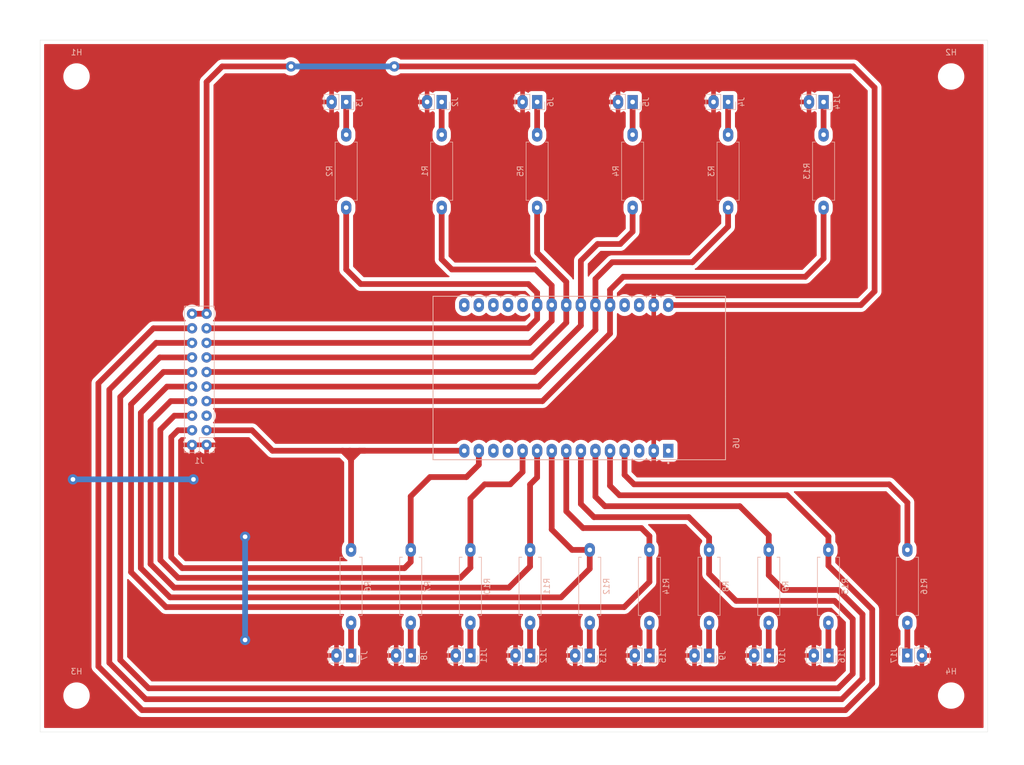
<source format=kicad_pcb>
(kicad_pcb (version 20240108) (generator "pcbnew") (generator_version "8.0")
  (layers (0 "F.Cu" signal) (31 "B.Cu" signal) (34 "B.Paste" user) (35 "F.Paste" user) (36 "B.SilkS" user "B.Silkscreen") (37 "F.SilkS" user "F.Silkscreen") (38 "B.Mask" user) (39 "F.Mask" user) (44 "Edge.Cuts" user))
  (net 0 "")
  (net 1 "+5V")
  (net 2 "GND")
  (net 4 "/RR3")
  (net 5 "/RR8")
  (net 6 "/RR10")
  (net 7 "/RR13")
  (net 8 "/RR1")
  (net 9 "/RR7")
  (net 10 "/RR15")
  (net 11 "/RR4")
  (net 12 "/RR11")
  (net 13 "/RR12")
  (net 14 "/RR14")
  (net 15 "/RR9")
  (net 16 "/RR5")
  (net 17 "/RR6")
  (net 18 "/RR2")
  (net 19 "Net-(J2-Pin_1)")
  (net 20 "Net-(J3-Pin_1)")
  (net 21 "Net-(J4-Pin_1)")
  (net 22 "Net-(J5-Pin_1)")
  (net 23 "Net-(J6-Pin_1)")
  (net 24 "Net-(J7-Pin_1)")
  (net 25 "Net-(J8-Pin_1)")
  (net 26 "Net-(J9-Pin_1)")
  (net 27 "Net-(J10-Pin_1)")
  (net 28 "Net-(J11-Pin_1)")
  (net 29 "Net-(J12-Pin_1)")
  (net 30 "Net-(J13-Pin_1)")
  (net 31 "Net-(J14-Pin_1)")
  (net 32 "Net-(J15-Pin_1)")
  (net 33 "Net-(J16-Pin_1)")
  (net 42 "Net-(J17-Pin_1)")
  (net 46 "/RR16")
  (footprint "Addlibrary:R_Axial_DIN0411_L9.9mm_D3.6mm_P12.70mm_HorizontalLONGPADS" (layer "B.Cu") (at 138.938 35.56 -90)
    (property "Reference" "R3" (at 6.35 2.92 90) (layer "B.SilkS") (effects (justify mirror)))
    (property "Value" "100")
    (pad "1" thru_hole oval (at 0 0 270) (size 2.4 1.8) (drill 0.8) (layers "*.Cu" "*.Mask") (net 21 "Net-(J4-Pin_1)"))
    (pad "2" thru_hole oval (at 12.7 0 270) (size 2.4 1.8) (drill 0.8) (layers "*.Cu" "*.Mask") (net 4 "/RR3"))
  )
  (footprint "Addlibrary:PinSocket_2x10_P2.54mm_VerticalLongPads" (layer "B.Cu") (at 48.065 89.63)
    (property "Reference" "J1" (at -1.27 2.77 360) (layer "B.SilkS") (effects (justify mirror)))
    (property "Value" "Conn_01x20_Socket")
    (pad "1" thru_hole oval (at 0 0) (size 1.8 1.8) (drill 0.8) (layers "*.Cu" "*.Mask") (net 2 "GND"))
    (pad "2" thru_hole oval (at -2.54 0) (size 1.8 1.8) (drill 0.8) (layers "*.Cu" "*.Mask") (net 2 "GND"))
    (pad "3" thru_hole oval (at 0 -2.54) (size 1.8 1.8) (drill 0.8) (layers "*.Cu" "*.Mask") (net 17 "/RR6"))
    (pad "4" thru_hole oval (at -2.54 -2.54) (size 1.8 1.8) (drill 0.8) (layers "*.Cu" "*.Mask") (net 9 "/RR7"))
    (pad "5" thru_hole oval (at 0 -5.08) (size 1.8 1.8) (drill 0.8) (layers "*.Cu" "*.Mask"))
    (pad "6" thru_hole oval (at -2.54 -5.08) (size 1.8 1.8) (drill 0.8) (layers "*.Cu" "*.Mask") (net 6 "/RR10"))
    (pad "7" thru_hole oval (at 0 -7.62) (size 1.8 1.8) (drill 0.8) (layers "*.Cu" "*.Mask") (net 7 "/RR13"))
    (pad "8" thru_hole oval (at -2.54 -7.62) (size 1.8 1.8) (drill 0.8) (layers "*.Cu" "*.Mask") (net 12 "/RR11"))
    (pad "9" thru_hole oval (at 0 -10.16) (size 1.8 1.8) (drill 0.8) (layers "*.Cu" "*.Mask") (net 4 "/RR3"))
    (pad "10" thru_hole oval (at -2.54 -10.16) (size 1.8 1.8) (drill 0.8) (layers "*.Cu" "*.Mask") (net 13 "/RR12"))
    (pad "11" thru_hole oval (at 0 -12.7) (size 1.8 1.8) (drill 0.8) (layers "*.Cu" "*.Mask") (net 11 "/RR4"))
    (pad "12" thru_hole oval (at -2.54 -12.7) (size 1.8 1.8) (drill 0.8) (layers "*.Cu" "*.Mask") (net 14 "/RR14"))
    (pad "13" thru_hole oval (at 0 -15.24) (size 1.8 1.8) (drill 0.8) (layers "*.Cu" "*.Mask") (net 16 "/RR5"))
    (pad "14" thru_hole oval (at -2.54 -15.24) (size 1.8 1.8) (drill 0.8) (layers "*.Cu" "*.Mask") (net 5 "/RR8"))
    (pad "15" thru_hole oval (at 0 -17.78) (size 1.8 1.8) (drill 0.8) (layers "*.Cu" "*.Mask") (net 8 "/RR1"))
    (pad "16" thru_hole oval (at -2.54 -17.78) (size 1.8 1.8) (drill 0.8) (layers "*.Cu" "*.Mask") (net 15 "/RR9"))
    (pad "17" thru_hole oval (at 0 -20.32) (size 1.8 1.8) (drill 0.8) (layers "*.Cu" "*.Mask") (net 18 "/RR2"))
    (pad "18" thru_hole oval (at -2.54 -20.32) (size 1.8 1.8) (drill 0.8) (layers "*.Cu" "*.Mask") (net 10 "/RR15"))
    (pad "19" thru_hole oval (at 0 -22.86) (size 1.8 1.8) (drill 0.8) (layers "*.Cu" "*.Mask") (net 1 "+5V"))
    (pad "20" thru_hole oval (at -2.54 -22.86) (size 1.8 1.8) (drill 0.8) (layers "*.Cu" "*.Mask") (net 1 "+5V"))
  )
  (footprint "Addlibrary:R_Axial_DIN0411_L9.9mm_D3.6mm_P12.70mm_HorizontalLONGPADS" (layer "B.Cu") (at 114.829125 120.65 90)
    (property "Reference" "R12" (at 6.35 2.92 90) (layer "B.SilkS") (effects (justify mirror)))
    (property "Value" "100")
    (pad "1" thru_hole oval (at 0 0 90) (size 2.4 1.8) (drill 0.8) (layers "*.Cu" "*.Mask") (net 30 "Net-(J13-Pin_1)"))
    (pad "2" thru_hole oval (at 12.7 0 90) (size 2.4 1.8) (drill 0.8) (layers "*.Cu" "*.Mask") (net 13 "/RR12"))
  )
  (footprint "Addlibrary:R_Axial_DIN0411_L9.9mm_D3.6mm_P12.70mm_HorizontalLONGPADS" (layer "B.Cu") (at 105.664 35.56 -90)
    (property "Reference" "R5" (at 6.35 2.92 90) (layer "B.SilkS") (effects (justify mirror)))
    (property "Value" "100")
    (pad "1" thru_hole oval (at 0 0 270) (size 2.4 1.8) (drill 0.8) (layers "*.Cu" "*.Mask") (net 23 "Net-(J6-Pin_1)"))
    (pad "2" thru_hole oval (at 12.7 0 270) (size 2.4 1.8) (drill 0.8) (layers "*.Cu" "*.Mask") (net 16 "/RR5"))
  )
  (footprint "Addlibrary:PinHeader_1x02_P2.54mm_VerticalLongPads" (layer "B.Cu") (at 155.575 29.845 90)
    (property "Reference" "J14" (at 0 2.33 -90) (layer "B.SilkS") (effects (justify mirror)))
    (property "Value" "Conn_01x02_Pin")
    (pad "1" thru_hole rect (at 0 0 90) (size 2.4 1.8) (drill 0.8) (layers "*.Cu" "*.Mask") (net 31 "Net-(J14-Pin_1)"))
    (pad "2" thru_hole oval (at 0 -2.54 90) (size 2.4 1.8) (drill 0.8) (layers "*.Cu" "*.Mask") (net 2 "GND"))
  )
  (footprint "Addlibrary:R_Axial_DIN0411_L9.9mm_D3.6mm_P12.70mm_HorizontalLONGPADS" (layer "B.Cu") (at 125.22725 120.65 90)
    (property "Reference" "R14" (at 6.35 2.92 90) (layer "B.SilkS") (effects (justify mirror)))
    (property "Value" "100")
    (pad "1" thru_hole oval (at 0 0 90) (size 2.4 1.8) (drill 0.8) (layers "*.Cu" "*.Mask") (net 32 "Net-(J15-Pin_1)"))
    (pad "2" thru_hole oval (at 12.7 0 90) (size 2.4 1.8) (drill 0.8) (layers "*.Cu" "*.Mask") (net 14 "/RR14"))
  )
  (footprint "Addlibrary:PinHeader_1x02_P2.54mm_VerticalLongPads" (layer "B.Cu") (at 73.236625 126.365 90)
    (property "Reference" "J7" (at 0 2.33 -90) (layer "B.SilkS") (effects (justify mirror)))
    (property "Value" "Conn_01x02_Pin")
    (pad "1" thru_hole rect (at 0 0 90) (size 2.4 1.8) (drill 0.8) (layers "*.Cu" "*.Mask") (net 24 "Net-(J7-Pin_1)"))
    (pad "2" thru_hole oval (at 0 -2.54 90) (size 2.4 1.8) (drill 0.8) (layers "*.Cu" "*.Mask") (net 2 "GND"))
  )
  (footprint "Addlibrary:R_Axial_DIN0411_L9.9mm_D3.6mm_P12.70mm_HorizontalLONGPADS" (layer "B.Cu") (at 155.575 35.56 -90)
    (property "Reference" "R13" (at 6.35 2.92 90) (layer "B.SilkS") (effects (justify mirror)))
    (property "Value" "100")
    (pad "1" thru_hole oval (at 0 0 270) (size 2.4 1.8) (drill 0.8) (layers "*.Cu" "*.Mask") (net 31 "Net-(J14-Pin_1)"))
    (pad "2" thru_hole oval (at 12.7 0 270) (size 2.4 1.8) (drill 0.8) (layers "*.Cu" "*.Mask") (net 7 "/RR13"))
  )
  (footprint "Addlibrary:R_Axial_DIN0411_L9.9mm_D3.6mm_P12.70mm_HorizontalLONGPADS" (layer "B.Cu") (at 94.032875 120.65 90)
    (property "Reference" "R10" (at 6.35 2.92 90) (layer "B.SilkS") (effects (justify mirror)))
    (property "Value" "100")
    (pad "1" thru_hole oval (at 0 0 90) (size 2.4 1.8) (drill 0.8) (layers "*.Cu" "*.Mask") (net 28 "Net-(J11-Pin_1)"))
    (pad "2" thru_hole oval (at 12.7 0 90) (size 2.4 1.8) (drill 0.8) (layers "*.Cu" "*.Mask") (net 6 "/RR10"))
  )
  (footprint "Addlibrary:PinHeader_1x02_P2.54mm_VerticalLongPads" (layer "B.Cu") (at 104.431 126.365 90)
    (property "Reference" "J12" (at 0 2.33 -90) (layer "B.SilkS") (effects (justify mirror)))
    (property "Value" "Conn_01x02_Pin")
    (pad "1" thru_hole rect (at 0 0 90) (size 2.4 1.8) (drill 0.8) (layers "*.Cu" "*.Mask") (net 29 "Net-(J12-Pin_1)"))
    (pad "2" thru_hole oval (at 0 -2.54 90) (size 2.4 1.8) (drill 0.8) (layers "*.Cu" "*.Mask") (net 2 "GND"))
  )
  (footprint "MountingHole:MountingHole_3.2mm_M3" (layer "B.Cu") (at 177.8 133.35 180)
    (property "Reference" "H4" (at 0 4.2 0) (layer "B.SilkS") (effects (justify mirror)))
    (property "Value" "MountingHole")
    (pad "" np_thru_hole circle (at 0 0 180) (size 3.2 3.2) (drill 3.2) (layers "*.Cu" "*.Mask"))
  )
  (footprint "Addlibrary:R_Axial_DIN0411_L9.9mm_D3.6mm_P12.70mm_HorizontalLONGPADS" (layer "B.Cu") (at 135.625375 120.65 90)
    (property "Reference" "R8" (at 6.35 2.92 90) (layer "B.SilkS") (effects (justify mirror)))
    (property "Value" "100")
    (pad "1" thru_hole oval (at 0 0 90) (size 2.4 1.8) (drill 0.8) (layers "*.Cu" "*.Mask") (net 26 "Net-(J9-Pin_1)"))
    (pad "2" thru_hole oval (at 12.7 0 90) (size 2.4 1.8) (drill 0.8) (layers "*.Cu" "*.Mask") (net 5 "/RR8"))
  )
  (footprint "Addlibrary:R_Axial_DIN0411_L9.9mm_D3.6mm_P12.70mm_HorizontalLONGPADS" (layer "B.Cu") (at 72.39 35.56 -90)
    (property "Reference" "R2" (at 6.35 2.92 90) (layer "B.SilkS") (effects (justify mirror)))
    (property "Value" "100")
    (pad "1" thru_hole oval (at 0 0 270) (size 2.4 1.8) (drill 0.8) (layers "*.Cu" "*.Mask") (net 20 "Net-(J3-Pin_1)"))
    (pad "2" thru_hole oval (at 12.7 0 270) (size 2.4 1.8) (drill 0.8) (layers "*.Cu" "*.Mask") (net 18 "/RR2"))
  )
  (footprint "Addlibrary:PinHeader_1x02_P2.54mm_VerticalLongPads" (layer "B.Cu") (at 114.829125 126.365 90)
    (property "Reference" "J13" (at 0 2.33 -90) (layer "B.SilkS") (effects (justify mirror)))
    (property "Value" "Conn_01x02_Pin")
    (pad "1" thru_hole rect (at 0 0 90) (size 2.4 1.8) (drill 0.8) (layers "*.Cu" "*.Mask") (net 30 "Net-(J13-Pin_1)"))
    (pad "2" thru_hole oval (at 0 -2.54 90) (size 2.4 1.8) (drill 0.8) (layers "*.Cu" "*.Mask") (net 2 "GND"))
  )
  (footprint "MountingHole:MountingHole_3.2mm_M3" (layer "B.Cu") (at 177.8 25.4 180)
    (property "Reference" "H2" (at 0 4.2 0) (layer "B.SilkS") (effects (justify mirror)))
    (property "Value" "MountingHole" (hide yes))
    (pad "" np_thru_hole circle (at 0 0 180) (size 3.2 3.2) (drill 3.2) (layers "*.Cu" "*.Mask"))
  )
  (footprint "Addlibrary:R_Axial_DIN0411_L9.9mm_D3.6mm_P12.70mm_HorizontalLONGPADS" (layer "B.Cu") (at 83.63475 120.65 90)
    (property "Reference" "R7" (at 6.35 2.92 90) (layer "B.SilkS") (effects (justify mirror)))
    (property "Value" "100")
    (pad "1" thru_hole oval (at 0 0 90) (size 2.4 1.8) (drill 0.8) (layers "*.Cu" "*.Mask") (net 25 "Net-(J8-Pin_1)"))
    (pad "2" thru_hole oval (at 12.7 0 90) (size 2.4 1.8) (drill 0.8) (layers "*.Cu" "*.Mask") (net 9 "/RR7"))
  )
  (footprint "Addlibrary:PinHeader_1x02_P2.54mm_VerticalLongPads" (layer "B.Cu") (at 89.027 29.845 90)
    (property "Reference" "J2" (at 0 2.33 -90) (layer "B.SilkS") (effects (justify mirror)))
    (property "Value" "Conn_01x02_Pin")
    (pad "1" thru_hole rect (at 0 0 90) (size 2.4 1.8) (drill 0.8) (layers "*.Cu" "*.Mask") (net 19 "Net-(J2-Pin_1)"))
    (pad "2" thru_hole oval (at 0 -2.54 90) (size 2.4 1.8) (drill 0.8) (layers "*.Cu" "*.Mask") (net 2 "GND"))
  )
  (footprint "Addlibrary:PinHeader_1x02_P2.54mm_VerticalLongPads" (layer "B.Cu") (at 122.301 29.845 90)
    (property "Reference" "J5" (at 0 2.33 -90) (layer "B.SilkS") (effects (justify mirror)))
    (property "Value" "Conn_01x02_Pin")
    (pad "1" thru_hole rect (at 0 0 90) (size 2.4 1.8) (drill 0.8) (layers "*.Cu" "*.Mask") (net 22 "Net-(J5-Pin_1)"))
    (pad "2" thru_hole oval (at 0 -2.54 90) (size 2.4 1.8) (drill 0.8) (layers "*.Cu" "*.Mask") (net 2 "GND"))
  )
  (footprint "Addlibrary:R_Axial_DIN0411_L9.9mm_D3.6mm_P12.70mm_HorizontalLONGPADS" (layer "B.Cu") (at 170.18 120.65 90)
    (property "Reference" "R16" (at 6.35 2.92 90) (layer "B.SilkS") (effects (justify mirror)))
    (property "Value" "100")
    (pad "1" thru_hole oval (at 0 0 90) (size 2.4 1.8) (drill 0.8) (layers "*.Cu" "*.Mask") (net 42 "Net-(J17-Pin_1)"))
    (pad "2" thru_hole oval (at 12.7 0 90) (size 2.4 1.8) (drill 0.8) (layers "*.Cu" "*.Mask") (net 46 "/RR16"))
  )
  (footprint "Addlibrary:R_Axial_DIN0411_L9.9mm_D3.6mm_P12.70mm_HorizontalLONGPADS" (layer "B.Cu") (at 156.421625 120.65 90)
    (property "Reference" "R15" (at 6.35 2.92 90) (layer "B.SilkS") (effects (justify mirror)))
    (property "Value" "100")
    (pad "1" thru_hole oval (at 0 0 90) (size 2.4 1.8) (drill 0.8) (layers "*.Cu" "*.Mask") (net 33 "Net-(J16-Pin_1)"))
    (pad "2" thru_hole oval (at 12.7 0 90) (size 2.4 1.8) (drill 0.8) (layers "*.Cu" "*.Mask") (net 10 "/RR15"))
  )
  (footprint "Addlibrary:MODULE_ESP32_DEVKIT_V1LongPads" (layer "B.Cu") (at 113.0075 77.9575 90)
    (property "Reference" "U6" (at -11.355 27.36 -90) (layer "B.SilkS") (effects (justify mirror)))
    (property "Value" "ESP32-DEVKIT-V1")
    (pad "1" thru_hole rect (at -12.7 15.515 90) (size 2.4 1.8) (drill 0.8) (layers "*.Cu" "*.Mask"))
    (pad "2" thru_hole oval (at -12.7 12.975 90) (size 2.4 1.8) (drill 0.8) (layers "*.Cu" "*.Mask") (net 2 "GND"))
    (pad "3" thru_hole oval (at -12.7 10.435 90) (size 2.4 1.8) (drill 0.8) (layers "*.Cu" "*.Mask"))
    (pad "4" thru_hole oval (at -12.7 7.895 90) (size 2.4 1.8) (drill 0.8) (layers "*.Cu" "*.Mask") (net 46 "/RR16"))
    (pad "5" thru_hole oval (at -12.7 5.355 90) (size 2.4 1.8) (drill 0.8) (layers "*.Cu" "*.Mask") (net 10 "/RR15"))
    (pad "6" thru_hole oval (at -12.7 2.815 90) (size 2.4 1.8) (drill 0.8) (layers "*.Cu" "*.Mask") (net 15 "/RR9"))
    (pad "7" thru_hole oval (at -12.7 0.275 90) (size 2.4 1.8) (drill 0.8) (layers "*.Cu" "*.Mask") (net 5 "/RR8"))
    (pad "8" thru_hole oval (at -12.7 -2.265 90) (size 2.4 1.8) (drill 0.8) (layers "*.Cu" "*.Mask") (net 14 "/RR14"))
    (pad "9" thru_hole oval (at -12.7 -4.805 90) (size 2.4 1.8) (drill 0.8) (layers "*.Cu" "*.Mask") (net 13 "/RR12"))
    (pad "10" thru_hole oval (at -12.7 -7.345 90) (size 2.4 1.8) (drill 0.8) (layers "*.Cu" "*.Mask") (net 12 "/RR11"))
    (pad "11" thru_hole oval (at -12.7 -9.885 90) (size 2.4 1.8) (drill 0.8) (layers "*.Cu" "*.Mask") (net 6 "/RR10"))
    (pad "12" thru_hole oval (at -12.7 -12.425 90) (size 2.4 1.8) (drill 0.8) (layers "*.Cu" "*.Mask"))
    (pad "13" thru_hole oval (at -12.7 -14.965 90) (size 2.4 1.8) (drill 0.8) (layers "*.Cu" "*.Mask"))
    (pad "14" thru_hole oval (at -12.7 -17.505 90) (size 2.4 1.8) (drill 0.8) (layers "*.Cu" "*.Mask") (net 9 "/RR7"))
    (pad "15" thru_hole oval (at -12.7 -20.045 90) (size 2.4 1.8) (drill 0.8) (layers "*.Cu" "*.Mask") (net 17 "/RR6"))
    (pad "16" thru_hole oval (at 12.7 -20.045 90) (size 2.4 1.8) (drill 0.8) (layers "*.Cu" "*.Mask"))
    (pad "17" thru_hole oval (at 12.7 -17.505 90) (size 2.4 1.8) (drill 0.8) (layers "*.Cu" "*.Mask"))
    (pad "18" thru_hole oval (at 12.7 -14.965 90) (size 2.4 1.8) (drill 0.8) (layers "*.Cu" "*.Mask"))
    (pad "19" thru_hole oval (at 12.7 -12.425 90) (size 2.4 1.8) (drill 0.8) (layers "*.Cu" "*.Mask"))
    (pad "20" thru_hole oval (at 12.7 -9.885 90) (size 2.4 1.8) (drill 0.8) (layers "*.Cu" "*.Mask"))
    (pad "21" thru_hole oval (at 12.7 -7.345 90) (size 2.4 1.8) (drill 0.8) (layers "*.Cu" "*.Mask") (net 18 "/RR2"))
    (pad "22" thru_hole oval (at 12.7 -4.805 90) (size 2.4 1.8) (drill 0.8) (layers "*.Cu" "*.Mask") (net 8 "/RR1"))
    (pad "23" thru_hole oval (at 12.7 -2.265 90) (size 2.4 1.8) (drill 0.8) (layers "*.Cu" "*.Mask") (net 16 "/RR5"))
    (pad "24" thru_hole oval (at 12.7 0.275 90) (size 2.4 1.8) (drill 0.8) (layers "*.Cu" "*.Mask") (net 11 "/RR4"))
    (pad "25" thru_hole oval (at 12.7 2.815 90) (size 2.4 1.8) (drill 0.8) (layers "*.Cu" "*.Mask") (net 4 "/RR3"))
    (pad "26" thru_hole oval (at 12.7 5.355 90) (size 2.4 1.8) (drill 0.8) (layers "*.Cu" "*.Mask") (net 7 "/RR13"))
    (pad "27" thru_hole oval (at 12.7 7.895 90) (size 2.4 1.8) (drill 0.8) (layers "*.Cu" "*.Mask"))
    (pad "28" thru_hole oval (at 12.7 10.435 90) (size 2.4 1.8) (drill 0.8) (layers "*.Cu" "*.Mask"))
    (pad "29" thru_hole oval (at 12.7 12.975 90) (size 2.4 1.8) (drill 0.8) (layers "*.Cu" "*.Mask") (net 2 "GND"))
    (pad "30" thru_hole oval (at 12.7 15.515 90) (size 2.4 1.8) (drill 0.8) (layers "*.Cu" "*.Mask") (net 1 "+5V"))
  )
  (footprint "MountingHole:MountingHole_3.2mm_M3" (layer "B.Cu") (at 25.4 25.4 180)
    (property "Reference" "H1" (at 0 4.2 0) (layer "B.SilkS") (effects (justify mirror)))
    (property "Value" "MountingHole")
    (pad "" np_thru_hole circle (at 0 0 180) (size 3.2 3.2) (drill 3.2) (layers "*.Cu" "*.Mask"))
  )
  (footprint "Addlibrary:PinHeader_1x02_P2.54mm_VerticalLongPads" (layer "B.Cu") (at 72.39 29.845 90)
    (property "Reference" "J3" (at 0 2.33 -90) (layer "B.SilkS") (effects (justify mirror)))
    (property "Value" "Conn_01x02_Pin")
    (pad "1" thru_hole rect (at 0 0 90) (size 2.4 1.8) (drill 0.8) (layers "*.Cu" "*.Mask") (net 20 "Net-(J3-Pin_1)"))
    (pad "2" thru_hole oval (at 0 -2.54 90) (size 2.4 1.8) (drill 0.8) (layers "*.Cu" "*.Mask") (net 2 "GND"))
  )
  (footprint "MountingHole:MountingHole_3.2mm_M3" (layer "B.Cu") (at 25.4 133.35 180)
    (property "Reference" "H3" (at 0 4.2 0) (layer "B.SilkS") (effects (justify mirror)))
    (property "Value" "MountingHole")
    (pad "" np_thru_hole circle (at 0 0 180) (size 3.2 3.2) (drill 3.2) (layers "*.Cu" "*.Mask"))
  )
  (footprint "Addlibrary:PinHeader_1x02_P2.54mm_VerticalLongPads" (layer "B.Cu") (at 125.22725 126.365 90)
    (property "Reference" "J15" (at 0 2.33 -90) (layer "B.SilkS") (effects (justify mirror)))
    (property "Value" "Conn_01x02_Pin")
    (pad "1" thru_hole rect (at 0 0 90) (size 2.4 1.8) (drill 0.8) (layers "*.Cu" "*.Mask") (net 32 "Net-(J15-Pin_1)"))
    (pad "2" thru_hole oval (at 0 -2.54 90) (size 2.4 1.8) (drill 0.8) (layers "*.Cu" "*.Mask") (net 2 "GND"))
  )
  (footprint "Addlibrary:R_Axial_DIN0411_L9.9mm_D3.6mm_P12.70mm_HorizontalLONGPADS" (layer "B.Cu") (at 146.0235 120.65 90)
    (property "Reference" "R9" (at 6.35 2.92 90) (layer "B.SilkS") (effects (justify mirror)))
    (property "Value" "100")
    (pad "1" thru_hole oval (at 0 0 90) (size 2.4 1.8) (drill 0.8) (layers "*.Cu" "*.Mask") (net 27 "Net-(J10-Pin_1)"))
    (pad "2" thru_hole oval (at 12.7 0 90) (size 2.4 1.8) (drill 0.8) (layers "*.Cu" "*.Mask") (net 15 "/RR9"))
  )
  (footprint "Addlibrary:R_Axial_DIN0411_L9.9mm_D3.6mm_P12.70mm_HorizontalLONGPADS" (layer "B.Cu") (at 89.027 35.56 -90)
    (property "Reference" "R1" (at 6.35 2.92 90) (layer "B.SilkS") (effects (justify mirror)))
    (property "Value" "100")
    (pad "1" thru_hole oval (at 0 0 270) (size 2.4 1.8) (drill 0.8) (layers "*.Cu" "*.Mask") (net 19 "Net-(J2-Pin_1)"))
    (pad "2" thru_hole oval (at 12.7 0 270) (size 2.4 1.8) (drill 0.8) (layers "*.Cu" "*.Mask") (net 8 "/RR1"))
  )
  (footprint "Addlibrary:PinHeader_1x02_P2.54mm_VerticalLongPads" (layer "B.Cu") (at 138.938 29.845 90)
    (property "Reference" "J4" (at 0 2.33 -90) (layer "B.SilkS") (effects (justify mirror)))
    (property "Value" "Conn_01x02_Pin")
    (pad "1" thru_hole rect (at 0 0 90) (size 2.4 1.8) (drill 0.8) (layers "*.Cu" "*.Mask") (net 21 "Net-(J4-Pin_1)"))
    (pad "2" thru_hole oval (at 0 -2.54 90) (size 2.4 1.8) (drill 0.8) (layers "*.Cu" "*.Mask") (net 2 "GND"))
  )
  (footprint "Addlibrary:R_Axial_DIN0411_L9.9mm_D3.6mm_P12.70mm_HorizontalLONGPADS" (layer "B.Cu") (at 73.236625 120.65 90)
    (property "Reference" "R6" (at 6.35 2.92 90) (layer "B.SilkS") (effects (justify mirror)))
    (property "Value" "100")
    (pad "1" thru_hole oval (at 0 0 90) (size 2.4 1.8) (drill 0.8) (layers "*.Cu" "*.Mask") (net 24 "Net-(J7-Pin_1)"))
    (pad "2" thru_hole oval (at 12.7 0 90) (size 2.4 1.8) (drill 0.8) (layers "*.Cu" "*.Mask") (net 17 "/RR6"))
  )
  (footprint "Addlibrary:R_Axial_DIN0411_L9.9mm_D3.6mm_P12.70mm_HorizontalLONGPADS" (layer "B.Cu") (at 122.301 35.56 -90)
    (property "Reference" "R4" (at 6.35 2.92 90) (layer "B.SilkS") (effects (justify mirror)))
    (property "Value" "100")
    (pad "1" thru_hole oval (at 0 0 270) (size 2.4 1.8) (drill 0.8) (layers "*.Cu" "*.Mask") (net 22 "Net-(J5-Pin_1)"))
    (pad "2" thru_hole oval (at 12.7 0 270) (size 2.4 1.8) (drill 0.8) (layers "*.Cu" "*.Mask") (net 11 "/RR4"))
  )
  (footprint "Addlibrary:PinHeader_1x02_P2.54mm_VerticalLongPads" (layer "B.Cu") (at 135.625375 126.365 90)
    (property "Reference" "J9" (at 0 2.33 -90) (layer "B.SilkS") (effects (justify mirror)))
    (property "Value" "Conn_01x02_Pin")
    (pad "1" thru_hole rect (at 0 0 90) (size 2.4 1.8) (drill 0.8) (layers "*.Cu" "*.Mask") (net 26 "Net-(J9-Pin_1)"))
    (pad "2" thru_hole oval (at 0 -2.54 90) (size 2.4 1.8) (drill 0.8) (layers "*.Cu" "*.Mask") (net 2 "GND"))
  )
  (footprint "Addlibrary:PinHeader_1x02_P2.54mm_VerticalLongPads" (layer "B.Cu") (at 105.664 29.845 90)
    (property "Reference" "J6" (at 0 2.33 -90) (layer "B.SilkS") (effects (justify mirror)))
    (property "Value" "Conn_01x02_Pin")
    (pad "1" thru_hole rect (at 0 0 90) (size 2.4 1.8) (drill 0.8) (layers "*.Cu" "*.Mask") (net 23 "Net-(J6-Pin_1)"))
    (pad "2" thru_hole oval (at 0 -2.54 90) (size 2.4 1.8) (drill 0.8) (layers "*.Cu" "*.Mask") (net 2 "GND"))
  )
  (footprint "Addlibrary:PinHeader_1x02_P2.54mm_VerticalLongPads" (layer "B.Cu") (at 83.63475 126.365 90)
    (property "Reference" "J8" (at 0 2.33 -90) (layer "B.SilkS") (effects (justify mirror)))
    (property "Value" "Conn_01x02_Pin")
    (pad "1" thru_hole rect (at 0 0 90) (size 2.4 1.8) (drill 0.8) (layers "*.Cu" "*.Mask") (net 25 "Net-(J8-Pin_1)"))
    (pad "2" thru_hole oval (at 0 -2.54 90) (size 2.4 1.8) (drill 0.8) (layers "*.Cu" "*.Mask") (net 2 "GND"))
  )
  (footprint "Addlibrary:PinHeader_1x02_P2.54mm_VerticalLongPads" (layer "B.Cu") (at 94.032875 126.365 90)
    (property "Reference" "J11" (at 0 2.33 -90) (layer "B.SilkS") (effects (justify mirror)))
    (property "Value" "Conn_01x02_Pin")
    (pad "1" thru_hole rect (at 0 0 90) (size 2.4 1.8) (drill 0.8) (layers "*.Cu" "*.Mask") (net 28 "Net-(J11-Pin_1)"))
    (pad "2" thru_hole oval (at 0 -2.54 90) (size 2.4 1.8) (drill 0.8) (layers "*.Cu" "*.Mask") (net 2 "GND"))
  )
  (footprint "Addlibrary:R_Axial_DIN0411_L9.9mm_D3.6mm_P12.70mm_HorizontalLONGPADS" (layer "B.Cu") (at 104.431 120.65 90)
    (property "Reference" "R11" (at 6.35 2.92 90) (layer "B.SilkS") (effects (justify mirror)))
    (property "Value" "100")
    (pad "1" thru_hole oval (at 0 0 90) (size 2.4 1.8) (drill 0.8) (layers "*.Cu" "*.Mask") (net 29 "Net-(J12-Pin_1)"))
    (pad "2" thru_hole oval (at 12.7 0 90) (size 2.4 1.8) (drill 0.8) (layers "*.Cu" "*.Mask") (net 12 "/RR11"))
  )
  (footprint "Addlibrary:PinHeader_1x02_P2.54mm_VerticalLongPads" (layer "B.Cu") (at 170.175 126.365 -90)
    (property "Reference" "J17" (at 0 2.33 90) (layer "B.SilkS") (effects (justify mirror)))
    (property "Value" "Conn_01x02_Pin")
    (pad "1" thru_hole rect (at 0 0 270) (size 2.4 1.8) (drill 0.8) (layers "*.Cu" "*.Mask") (net 42 "Net-(J17-Pin_1)"))
    (pad "2" thru_hole oval (at 0 -2.54 270) (size 2.4 1.8) (drill 0.8) (layers "*.Cu" "*.Mask") (net 2 "GND"))
  )
  (footprint "Addlibrary:PinHeader_1x02_P2.54mm_VerticalLongPads" (layer "B.Cu") (at 146.0235 126.365 90)
    (property "Reference" "J10" (at 0 2.33 -90) (layer "B.SilkS") (effects (justify mirror)))
    (property "Value" "Conn_01x02_Pin")
    (pad "1" thru_hole rect (at 0 0 90) (size 2.4 1.8) (drill 0.8) (layers "*.Cu" "*.Mask") (net 27 "Net-(J10-Pin_1)"))
    (pad "2" thru_hole oval (at 0 -2.54 90) (size 2.4 1.8) (drill 0.8) (layers "*.Cu" "*.Mask") (net 2 "GND"))
  )
  (footprint "Addlibrary:PinHeader_1x02_P2.54mm_VerticalLongPads" (layer "B.Cu") (at 156.421625 126.365 90)
    (property "Reference" "J16" (at 0 2.33 -90) (layer "B.SilkS") (effects (justify mirror)))
    (property "Value" "Conn_01x02_Pin")
    (pad "1" thru_hole rect (at 0 0 90) (size 2.4 1.8) (drill 0.8) (layers "*.Cu" "*.Mask") (net 33 "Net-(J16-Pin_1)"))
    (pad "2" thru_hole oval (at 0 -2.54 90) (size 2.4 1.8) (drill 0.8) (layers "*.Cu" "*.Mask") (net 2 "GND"))
  )
  (gr_rect (start 19.05 19.05) (end 184.15 139.7) (stroke (width 0.05)) (fill none) (layer "Edge.Cuts"))
  (segment (start 164.465 62.865) (end 162.0725 65.2575) (width 1) (layer "F.Cu") (net 1))
  (segment (start 164.465 27.34) (end 164.465 62.865) (width 1) (layer "F.Cu") (net 1))
  (segment (start 160.775 23.65) (end 164.465 27.34) (width 1) (layer "F.Cu") (net 1))
  (segment (start 50.775 23.65) (end 62.775 23.65) (width 1) (layer "F.Cu") (net 1))
  (segment (start 48.065 26.36) (end 50.775 23.65) (width 1) (layer "F.Cu") (net 1))
  (segment (start 45.525 66.77) (end 48.065 66.77) (width 1) (layer "F.Cu") (net 1))
  (segment (start 162.0725 65.2575) (end 128.5225 65.2575) (width 1) (layer "F.Cu") (net 1))
  (segment (start 48.065 66.77) (end 48.065 26.36) (width 1) (layer "F.Cu") (net 1))
  (segment (start 80.775 23.65) (end 160.775 23.65) (width 1) (layer "F.Cu") (net 1))
  (via (at 80.775 23.65) (size 1.8) (drill 0.8) (layers "F.Cu" "B.Cu") (net 1))
  (via (at 62.775 23.65) (size 1.8) (drill 0.8) (layers "F.Cu" "B.Cu") (net 1))
  (segment (start 62.775 23.65) (end 80.775 23.65) (width 1) (layer "B.Cu") (net 1))
  (via (at 45.775 95.65) (size 1.8) (drill 0.8) (layers "F.Cu" "B.Cu") (net 2))
  (via (at 54.775 123.65) (size 1.8) (drill 0.8) (layers "F.Cu" "B.Cu") (net 2))
  (via (at 54.775 105.65) (size 1.8) (drill 0.8) (layers "F.Cu" "B.Cu") (net 2))
  (via (at 24.775 95.65) (size 1.8) (drill 0.8) (layers "F.Cu" "B.Cu") (net 2))
  (segment (start 45.775 95.65) (end 24.775 95.65) (width 1) (layer "B.Cu") (net 2))
  (segment (start 54.775 105.65) (end 54.775 123.65) (width 1) (layer "B.Cu") (net 2))
  (segment (start 115.8225 69.5975) (end 115.8225 65.2575) (width 1) (layer "F.Cu") (net 4))
  (segment (start 138.938 51.562) (end 138.938 48.26) (width 1) (layer "F.Cu") (net 4))
  (segment (start 48.065 79.47) (end 105.95 79.47) (width 1) (layer "F.Cu") (net 4))
  (segment (start 115.8225 65.2575) (end 115.8225 60.7075) (width 1) (layer "F.Cu") (net 4))
  (segment (start 132.715 57.785) (end 138.938 51.562) (width 1) (layer "F.Cu") (net 4))
  (segment (start 105.95 79.47) (end 115.8225 69.5975) (width 1) (layer "F.Cu") (net 4))
  (segment (start 118.745 57.785) (end 132.715 57.785) (width 1) (layer "F.Cu") (net 4))
  (segment (start 115.8225 60.7075) (end 118.745 57.785) (width 1) (layer "F.Cu") (net 4))
  (segment (start 132.08 102.235) (end 135.625375 105.780375) (width 1) (layer "F.Cu") (net 5))
  (segment (start 140.335 116.84) (end 157.48 116.84) (width 1) (layer "F.Cu") (net 5))
  (segment (start 37.964164 132.08) (end 33.02 127.135836) (width 1) (layer "F.Cu") (net 5))
  (segment (start 135.625375 112.130375) (end 140.335 116.84) (width 1) (layer "F.Cu") (net 5))
  (segment (start 135.625375 107.95) (end 135.625375 112.130375) (width 1) (layer "F.Cu") (net 5))
  (segment (start 33.02 127.135836) (end 33.02 81.28) (width 1) (layer "F.Cu") (net 5))
  (segment (start 158.115 132.08) (end 37.964164 132.08) (width 1) (layer "F.Cu") (net 5))
  (segment (start 113.2825 99.9475) (end 115.57 102.235) (width 1) (layer "F.Cu") (net 5))
  (segment (start 33.02 81.28) (end 39.91 74.39) (width 1) (layer "F.Cu") (net 5))
  (segment (start 135.625375 105.780375) (end 135.625375 107.95) (width 1) (layer "F.Cu") (net 5))
  (segment (start 115.57 102.235) (end 132.08 102.235) (width 1) (layer "F.Cu") (net 5))
  (segment (start 160.655 129.54) (end 160.655 120.015) (width 1) (layer "F.Cu") (net 5))
  (segment (start 158.115 132.08) (end 160.655 129.54) (width 1) (layer "F.Cu") (net 5))
  (segment (start 113.2825 90.6575) (end 113.2825 99.9475) (width 1) (layer "F.Cu") (net 5))
  (segment (start 157.48 116.84) (end 160.655 120.015) (width 1) (layer "F.Cu") (net 5))
  (segment (start 39.91 74.39) (end 45.525 74.39) (width 1) (layer "F.Cu") (net 5))
  (segment (start 42.45 84.55) (end 45.525 84.55) (width 1) (layer "F.Cu") (net 6))
  (segment (start 96.52 96.52) (end 94.032875 99.007125) (width 1) (layer "F.Cu") (net 6))
  (segment (start 103.1225 90.6575) (end 103.1225 94.3625) (width 1) (layer "F.Cu") (net 6))
  (segment (start 40.005 86.995) (end 42.45 84.55) (width 1) (layer "F.Cu") (net 6))
  (segment (start 43.110836 112.825) (end 40.005 109.719164) (width 1) (layer "F.Cu") (net 6))
  (segment (start 92.28 112.825) (end 43.110836 112.825) (width 1) (layer "F.Cu") (net 6))
  (segment (start 94.032875 107.95) (end 94.032875 111.072125) (width 1) (layer "F.Cu") (net 6))
  (segment (start 100.965 96.52) (end 96.52 96.52) (width 1) (layer "F.Cu") (net 6))
  (segment (start 40.005 109.719164) (end 40.005 86.995) (width 1) (layer "F.Cu") (net 6))
  (segment (start 103.1225 94.3625) (end 100.965 96.52) (width 1) (layer "F.Cu") (net 6))
  (segment (start 94.032875 111.072125) (end 92.28 112.825) (width 1) (layer "F.Cu") (net 6))
  (segment (start 94.032875 99.007125) (end 94.032875 107.95) (width 1) (layer "F.Cu") (net 6))
  (segment (start 152.4 60.325) (end 155.575 57.15) (width 1) (layer "F.Cu") (net 7))
  (segment (start 106.585 82.01) (end 118.3625 70.2325) (width 1) (layer "F.Cu") (net 7))
  (segment (start 48.065 82.01) (end 106.585 82.01) (width 1) (layer "F.Cu") (net 7))
  (segment (start 155.575 57.15) (end 155.575 48.26) (width 1) (layer "F.Cu") (net 7))
  (segment (start 120.65 60.325) (end 152.4 60.325) (width 1) (layer "F.Cu") (net 7))
  (segment (start 118.3625 70.2325) (end 118.3625 65.2575) (width 1) (layer "F.Cu") (net 7))
  (segment (start 118.3625 62.6125) (end 120.65 60.325) (width 1) (layer "F.Cu") (net 7))
  (segment (start 118.3625 65.2575) (end 118.3625 62.6125) (width 1) (layer "F.Cu") (net 7))
  (segment (start 108.2025 68.01) (end 108.2025 65.2575) (width 1) (layer "F.Cu") (net 8))
  (segment (start 90.805 59.055) (end 89.027 57.277) (width 1) (layer "F.Cu") (net 8))
  (segment (start 48.065 71.85) (end 104.3625 71.85) (width 1) (layer "F.Cu") (net 8))
  (segment (start 89.027 57.277) (end 89.027 48.26) (width 1) (layer "F.Cu") (net 8))
  (segment (start 108.2025 65.2575) (end 108.2025 61.8475) (width 1) (layer "F.Cu") (net 8))
  (segment (start 104.3625 71.85) (end 108.2025 68.01) (width 1) (layer "F.Cu") (net 8))
  (segment (start 108.2025 61.8475) (end 105.41 59.055) (width 1) (layer "F.Cu") (net 8))
  (segment (start 105.41 59.055) (end 90.805 59.055) (width 1) (layer "F.Cu") (net 8))
  (segment (start 83.63475 98.61025) (end 83.63475 107.95) (width 1) (layer "F.Cu") (net 9))
  (segment (start 83.63475 107.95) (end 83.63475 110.04025) (width 1) (layer "F.Cu") (net 9))
  (segment (start 83.63475 110.04025) (end 82.55 111.125) (width 1) (layer "F.Cu") (net 9))
  (segment (start 41.91 88.265) (end 43.085 87.09) (width 1) (layer "F.Cu") (net 9))
  (segment (start 95.5025 90.6575) (end 95.5025 93.0925) (width 1) (layer "F.Cu") (net 9))
  (segment (start 43.815 111.125) (end 41.91 109.22) (width 1) (layer "F.Cu") (net 9))
  (segment (start 93.345 95.25) (end 86.995 95.25) (width 1) (layer "F.Cu") (net 9))
  (segment (start 41.91 109.22) (end 41.91 88.265) (width 1) (layer "F.Cu") (net 9))
  (segment (start 95.5025 93.0925) (end 93.345 95.25) (width 1) (layer "F.Cu") (net 9))
  (segment (start 43.085 87.09) (end 45.525 87.09) (width 1) (layer "F.Cu") (net 9))
  (segment (start 86.995 95.25) (end 83.63475 98.61025) (width 1) (layer "F.Cu") (net 9))
  (segment (start 82.55 111.125) (end 43.815 111.125) (width 1) (layer "F.Cu") (net 9))
  (segment (start 149.225 98.425) (end 156.421625 105.621625) (width 1) (layer "F.Cu") (net 10))
  (segment (start 120.015 98.425) (end 149.225 98.425) (width 1) (layer "F.Cu") (net 10))
  (segment (start 156.421625 110.701625) (end 164.055 118.335) (width 1) (layer "F.Cu") (net 10))
  (segment (start 38.79875 69.31) (end 45.525 69.31) (width 1) (layer "F.Cu") (net 10))
  (segment (start 118.3625 90.6575) (end 118.3625 96.7725) (width 1) (layer "F.Cu") (net 10))
  (segment (start 164.055 118.335) (end 164.055 131.22) (width 1) (layer "F.Cu") (net 10))
  (segment (start 36.83 135.89) (end 29.21 128.27) (width 1) (layer "F.Cu") (net 10))
  (segment (start 156.421625 107.95) (end 156.421625 110.701625) (width 1) (layer "F.Cu") (net 10))
  (segment (start 118.3625 96.7725) (end 120.015 98.425) (width 1) (layer "F.Cu") (net 10))
  (segment (start 156.421625 107.95) (end 156.21 107.95) (width 1) (layer "F.Cu") (net 10))
  (segment (start 159.385 135.89) (end 36.83 135.89) (width 1) (layer "F.Cu") (net 10))
  (segment (start 164.055 131.22) (end 159.385 135.89) (width 1) (layer "F.Cu") (net 10))
  (segment (start 29.21 78.89875) (end 38.79875 69.31) (width 1) (layer "F.Cu") (net 10))
  (segment (start 29.21 128.27) (end 29.21 78.89875) (width 1) (layer "F.Cu") (net 10))
  (segment (start 156.421625 105.621625) (end 156.421625 107.95) (width 1) (layer "F.Cu") (net 10))
  (segment (start 105.179164 76.93) (end 113.2825 68.826664) (width 1) (layer "F.Cu") (net 11))
  (segment (start 122.301 52.451) (end 120.142 54.61) (width 1) (layer "F.Cu") (net 11))
  (segment (start 113.2825 68.826664) (end 113.2825 65.2575) (width 1) (layer "F.Cu") (net 11))
  (segment (start 113.2825 57.5325) (end 116.205 54.61) (width 1) (layer "F.Cu") (net 11))
  (segment (start 48.065 76.93) (end 105.179164 76.93) (width 1) (layer "F.Cu") (net 11))
  (segment (start 122.301 48.26) (end 122.301 52.451) (width 1) (layer "F.Cu") (net 11))
  (segment (start 113.2825 65.2575) (end 113.2825 57.5325) (width 1) (layer "F.Cu") (net 11))
  (segment (start 116.205 54.61) (end 120.142 54.61) (width 1) (layer "F.Cu") (net 11))
  (segment (start 38.305 110.423328) (end 38.305 85.52) (width 1) (layer "F.Cu") (net 12))
  (segment (start 42.406672 114.525) (end 38.305 110.423328) (width 1) (layer "F.Cu") (net 12))
  (segment (start 104.431 110.834) (end 100.74 114.525) (width 1) (layer "F.Cu") (net 12))
  (segment (start 105.6625 95.315) (end 104.431 96.5465) (width 1) (layer "F.Cu") (net 12))
  (segment (start 41.815 82.01) (end 45.525 82.01) (width 1) (layer "F.Cu") (net 12))
  (segment (start 38.305 85.52) (end 41.815 82.01) (width 1) (layer "F.Cu") (net 12))
  (segment (start 100.74 114.525) (end 42.406672 114.525) (width 1) (layer "F.Cu") (net 12))
  (segment (start 104.431 96.5465) (end 104.431 107.95) (width 1) (layer "F.Cu") (net 12))
  (segment (start 104.431 107.95) (end 104.431 110.834) (width 1) (layer "F.Cu") (net 12))
  (segment (start 105.6625 90.6575) (end 105.6625 95.315) (width 1) (layer "F.Cu") (net 12))
  (segment (start 108.2025 90.6575) (end 108.2025 104.3925) (width 1) (layer "F.Cu") (net 13))
  (segment (start 36.605 111.127492) (end 36.605 84.045) (width 1) (layer "F.Cu") (net 13))
  (segment (start 114.829125 111.230875) (end 109.835 116.225) (width 1) (layer "F.Cu") (net 13))
  (segment (start 114.829125 107.95) (end 114.829125 111.230875) (width 1) (layer "F.Cu") (net 13))
  (segment (start 41.18 79.47) (end 45.525 79.47) (width 1) (layer "F.Cu") (net 13))
  (segment (start 36.605 84.045) (end 41.18 79.47) (width 1) (layer "F.Cu") (net 13))
  (segment (start 109.835 116.225) (end 41.702508 116.225) (width 1) (layer "F.Cu") (net 13))
  (segment (start 111.76 107.95) (end 114.829125 107.95) (width 1) (layer "F.Cu") (net 13))
  (segment (start 41.702508 116.225) (end 36.605 111.127492) (width 1) (layer "F.Cu") (net 13))
  (segment (start 108.2025 104.3925) (end 111.76 107.95) (width 1) (layer "F.Cu") (net 13))
  (segment (start 110.7425 90.6575) (end 110.7425 101.2175) (width 1) (layer "F.Cu") (net 14))
  (segment (start 40.545 76.93) (end 45.525 76.93) (width 1) (layer "F.Cu") (net 14))
  (segment (start 123.825 104.14) (end 125.22725 105.54225) (width 1) (layer "F.Cu") (net 14))
  (segment (start 34.905 82.57) (end 40.545 76.93) (width 1) (layer "F.Cu") (net 14))
  (segment (start 120.835 117.925) (end 40.998344 117.925) (width 1) (layer "F.Cu") (net 14))
  (segment (start 110.7425 101.2175) (end 113.665 104.14) (width 1) (layer "F.Cu") (net 14))
  (segment (start 34.905 111.831656) (end 34.905 82.57) (width 1) (layer "F.Cu") (net 14))
  (segment (start 125.22725 105.54225) (end 125.22725 107.95) (width 1) (layer "F.Cu") (net 14))
  (segment (start 40.998344 117.925) (end 34.905 111.831656) (width 1) (layer "F.Cu") (net 14))
  (segment (start 125.22725 113.53275) (end 120.835 117.925) (width 1) (layer "F.Cu") (net 14))
  (segment (start 125.22725 107.95) (end 125.22725 113.53275) (width 1) (layer "F.Cu") (net 14))
  (segment (start 113.665 104.14) (end 123.825 104.14) (width 1) (layer "F.Cu") (net 14))
  (segment (start 31.115 80.01) (end 39.275 71.85) (width 1) (layer "F.Cu") (net 15))
  (segment (start 158.115 114.935) (end 162.355 119.175) (width 1) (layer "F.Cu") (net 15))
  (segment (start 115.8225 90.6575) (end 115.8225 98.6775) (width 1) (layer "F.Cu") (net 15))
  (segment (start 140.97 100.33) (end 146.0235 105.3835) (width 1) (layer "F.Cu") (net 15))
  (segment (start 162.355 130.38) (end 158.75 133.985) (width 1) (layer "F.Cu") (net 15))
  (segment (start 146.0235 107.95) (end 146.0235 112.3685) (width 1) (layer "F.Cu") (net 15))
  (segment (start 158.75 133.985) (end 37.465 133.985) (width 1) (layer "F.Cu") (net 15))
  (segment (start 117.475 100.33) (end 140.97 100.33) (width 1) (layer "F.Cu") (net 15))
  (segment (start 31.115 80.01) (end 31.115 127.635) (width 1) (layer "F.Cu") (net 15))
  (segment (start 39.275 71.85) (end 45.525 71.85) (width 1) (layer "F.Cu") (net 15))
  (segment (start 115.8225 98.6775) (end 117.475 100.33) (width 1) (layer "F.Cu") (net 15))
  (segment (start 162.355 119.175) (end 162.355 130.38) (width 1) (layer "F.Cu") (net 15))
  (segment (start 148.59 114.935) (end 158.115 114.935) (width 1) (layer "F.Cu") (net 15))
  (segment (start 146.0235 112.3685) (end 148.59 114.935) (width 1) (layer "F.Cu") (net 15))
  (segment (start 37.465 133.985) (end 31.115 127.635) (width 1) (layer "F.Cu") (net 15))
  (segment (start 146.0235 105.3835) (end 146.0235 107.95) (width 1) (layer "F.Cu") (net 15))
  (segment (start 105.664 56.134) (end 105.664 48.26) (width 1) (layer "F.Cu") (net 16))
  (segment (start 110.7425 65.2575) (end 110.7425 68.3275) (width 1) (layer "F.Cu") (net 16))
  (segment (start 110.7425 68.3275) (end 104.68 74.39) (width 1) (layer "F.Cu") (net 16))
  (segment (start 110.7425 65.2575) (end 110.7425 61.2125) (width 1) (layer "F.Cu") (net 16))
  (segment (start 110.7425 61.2125) (end 105.664 56.134) (width 1) (layer "F.Cu") (net 16))
  (segment (start 104.68 74.39) (end 48.065 74.39) (width 1) (layer "F.Cu") (net 16))
  (segment (start 55.975 87.09) (end 48.065 87.09) (width 1) (layer "F.Cu") (net 17))
  (segment (start 73.236625 92.139125) (end 74.71825 90.6575) (width 1) (layer "F.Cu") (net 17))
  (segment (start 71.755 90.6575) (end 59.5425 90.6575) (width 1) (layer "F.Cu") (net 17))
  (segment (start 73.025 90.6575) (end 71.755 90.6575) (width 1) (layer "F.Cu") (net 17))
  (segment (start 73.236625 92.498375) (end 73.236625 92.139125) (width 1) (layer "F.Cu") (net 17))
  (segment (start 73.025 90.6575) (end 73.025 91.9275) (width 1) (layer "F.Cu") (net 17))
  (segment (start 74.71825 90.6575) (end 75.565 90.6575) (width 1) (layer "F.Cu") (net 17))
  (segment (start 59.5425 90.6575) (end 55.975 87.09) (width 1) (layer "F.Cu") (net 17))
  (segment (start 75.565 90.6575) (end 92.9625 90.6575) (width 1) (layer "F.Cu") (net 17))
  (segment (start 75.565 90.6575) (end 73.025 90.6575) (width 1) (layer "F.Cu") (net 17))
  (segment (start 73.236625 107.95) (end 73.236625 92.498375) (width 1) (layer "F.Cu") (net 17))
  (segment (start 73.236625 92.139125) (end 71.755 90.6575) (width 1) (layer "F.Cu") (net 17))
  (segment (start 73.025 91.9275) (end 73.236625 92.139125) (width 1) (layer "F.Cu") (net 17))
  (segment (start 105.6625 67.6925) (end 105.6625 65.2575) (width 1) (layer "F.Cu") (net 18))
  (segment (start 105.6625 65.2575) (end 105.6625 63.1175) (width 1) (layer "F.Cu") (net 18))
  (segment (start 72.39 59.055) (end 72.39 48.26) (width 1) (layer "F.Cu") (net 18))
  (segment (start 104.14 61.595) (end 74.93 61.595) (width 1) (layer "F.Cu") (net 18))
  (segment (start 105.6625 63.1175) (end 104.14 61.595) (width 1) (layer "F.Cu") (net 18))
  (segment (start 74.93 61.595) (end 72.39 59.055) (width 1) (layer "F.Cu") (net 18))
  (segment (start 48.065 69.31) (end 104.045 69.31) (width 1) (layer "F.Cu") (net 18))
  (segment (start 104.045 69.31) (end 105.6625 67.6925) (width 1) (layer "F.Cu") (net 18))
  (segment (start 89.027 29.845) (end 89.027 35.56) (width 1) (layer "F.Cu") (net 19))
  (segment (start 72.39 29.845) (end 72.39 35.56) (width 1) (layer "F.Cu") (net 20))
  (segment (start 138.938 29.845) (end 138.938 35.56) (width 1) (layer "F.Cu") (net 21))
  (segment (start 122.301 35.56) (end 122.301 29.845) (width 1) (layer "F.Cu") (net 22))
  (segment (start 105.664 29.845) (end 105.664 35.56) (width 1) (layer "F.Cu") (net 23))
  (segment (start 73.236625 120.65) (end 73.236625 126.365) (width 1) (layer "F.Cu") (net 24))
  (segment (start 83.63475 126.365) (end 83.63475 120.65) (width 1) (layer "F.Cu") (net 25))
  (segment (start 135.625375 126.365) (end 135.625375 120.65) (width 1) (layer "F.Cu") (net 26))
  (segment (start 146.0235 126.365) (end 146.0235 120.65) (width 1) (layer "F.Cu") (net 27))
  (segment (start 94.032875 126.365) (end 94.032875 120.65) (width 1) (layer "F.Cu") (net 28))
  (segment (start 104.431 126.365) (end 104.431 120.65) (width 1) (layer "F.Cu") (net 29))
  (segment (start 114.829125 126.365) (end 114.829125 120.65) (width 1) (layer "F.Cu") (net 30))
  (segment (start 155.575 29.845) (end 155.575 35.56) (width 1) (layer "F.Cu") (net 31))
  (segment (start 125.22725 126.365) (end 125.22725 120.65) (width 1) (layer "F.Cu") (net 32))
  (segment (start 156.421625 126.365) (end 156.421625 120.65) (width 1) (layer "F.Cu") (net 33))
  (segment (start 170.18 126.36) (end 170.175 126.365) (width 1) (layer "F.Cu") (net 42))
  (segment (start 170.18 120.65) (end 170.18 126.36) (width 1) (layer "F.Cu") (net 42))
  (segment (start 120.9025 90.6575) (end 120.9025 94.8675) (width 1) (layer "F.Cu") (net 46))
  (segment (start 167.005 96.52) (end 170.18 99.695) (width 1) (layer "F.Cu") (net 46))
  (segment (start 122.555 96.52) (end 167.005 96.52) (width 1) (layer "F.Cu") (net 46))
  (segment (start 170.18 99.695) (end 170.18 107.95) (width 1) (layer "F.Cu") (net 46))
  (segment (start 120.9025 94.8675) (end 122.555 96.52) (width 1) (layer "F.Cu") (net 46))
  (zone (net 2) (net_name "GND") (layer "F.Cu") (connect_pads (clearance 0.5)) (min_thickness 0.25) (fill yes (thermal_gap 0.7) (thermal_bridge_width 0.8))
    (polygon (pts (xy 190.5 145.415) (xy 190.5 109.22) (xy 190.5 62.865) (xy 189.865 12.065) (xy 90.17 12.065) (xy 12.065 12.065) (xy 12.065 144.78) (xy 49.53 144.78) (xy 119.38 145.415)))
  )
)
</source>
